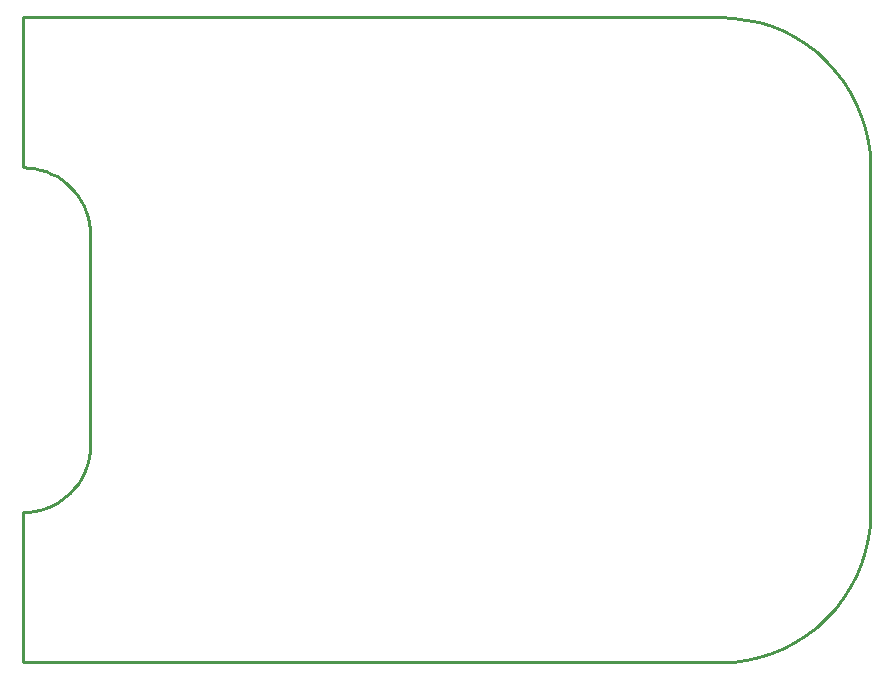
<source format=gbr>
G04 EAGLE Gerber RS-274X export*
G75*
%MOMM*%
%FSLAX34Y34*%
%LPD*%
%IN*%
%IPPOS*%
%AMOC8*
5,1,8,0,0,1.08239X$1,22.5*%
G01*
%ADD10C,0.254000*%


D10*
X146050Y0D02*
X736600Y0D01*
X747669Y483D01*
X758653Y1929D01*
X769470Y4327D01*
X780037Y7659D01*
X790273Y11899D01*
X800100Y17015D01*
X809444Y22968D01*
X818234Y29712D01*
X826403Y37197D01*
X833888Y45366D01*
X840632Y54156D01*
X846585Y63500D01*
X851701Y73327D01*
X855941Y83563D01*
X859273Y94130D01*
X861671Y104947D01*
X863117Y115931D01*
X863600Y127000D01*
X863600Y419100D01*
X863117Y430169D01*
X861671Y441153D01*
X859273Y451970D01*
X855941Y462537D01*
X851701Y472773D01*
X846585Y482600D01*
X840632Y491944D01*
X833888Y500734D01*
X826403Y508903D01*
X818234Y516388D01*
X809444Y523132D01*
X800100Y529085D01*
X790273Y534201D01*
X780037Y538441D01*
X769470Y541773D01*
X758653Y544171D01*
X747669Y545617D01*
X736600Y546100D01*
X146050Y546100D01*
X146050Y419100D01*
X151031Y418883D01*
X155974Y418232D01*
X160842Y417153D01*
X165596Y415653D01*
X170203Y413746D01*
X174625Y411443D01*
X178830Y408765D01*
X182785Y405729D01*
X186461Y402361D01*
X189829Y398685D01*
X192865Y394730D01*
X195543Y390525D01*
X197846Y386103D01*
X199753Y381496D01*
X201253Y376742D01*
X202332Y371874D01*
X202983Y366931D01*
X203200Y361950D01*
X203200Y184150D01*
X202983Y179169D01*
X202332Y174226D01*
X201253Y169359D01*
X199753Y164604D01*
X197846Y159997D01*
X195543Y155575D01*
X192865Y151370D01*
X189829Y147415D01*
X186461Y143739D01*
X182785Y140371D01*
X178830Y137335D01*
X174625Y134657D01*
X170203Y132355D01*
X165596Y130447D01*
X160842Y128947D01*
X155974Y127868D01*
X151031Y127217D01*
X146050Y127000D01*
X146050Y0D01*
M02*

</source>
